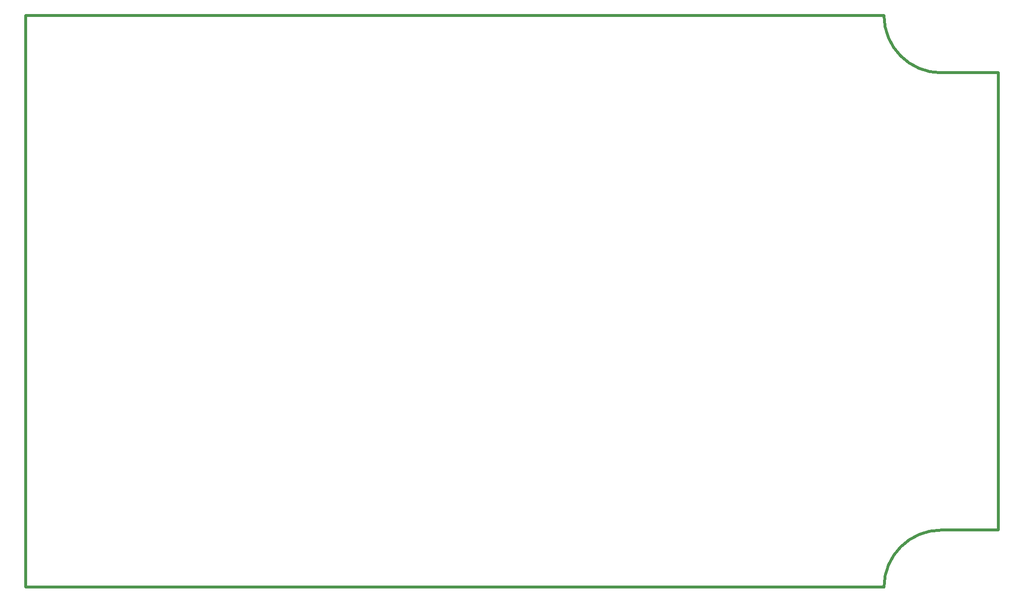
<source format=gbr>
G04 Created with the python gerber_writer 0.4.2.11*
G04 #@! TF.CreationDate,2024-03-25T16:47:57.863251*
G04 #@! TF.FileFunction,Profile,NP*
G04 #@! TF.FilePolarity,Positive*
G04 #@! TF.GenerationSoftware,Karel Tavernier,gerber_writer_example_outline.py,0.3.1*
%MOMM*%
%FSLAX36Y36*%
G75*
G04 #@! TA.AperFunction,Profile*
G04 #@! TAShape,Circle,0.5*
%ADD10C,0.5*%
G04 #@! TD*
%LPD*%
D10*
X0Y0D02*
G01*
X150000000Y0D01*
G02*
X160000000Y10000000I10000000J0D01*
G01*
X170000000Y10000000D01*
X170000000Y90000000D01*
X160000000Y90000000D01*
G02*
X150000000Y100000000I0J10000000D01*
G01*
X0Y100000000D01*
X0Y0D01*
M02*
</source>
